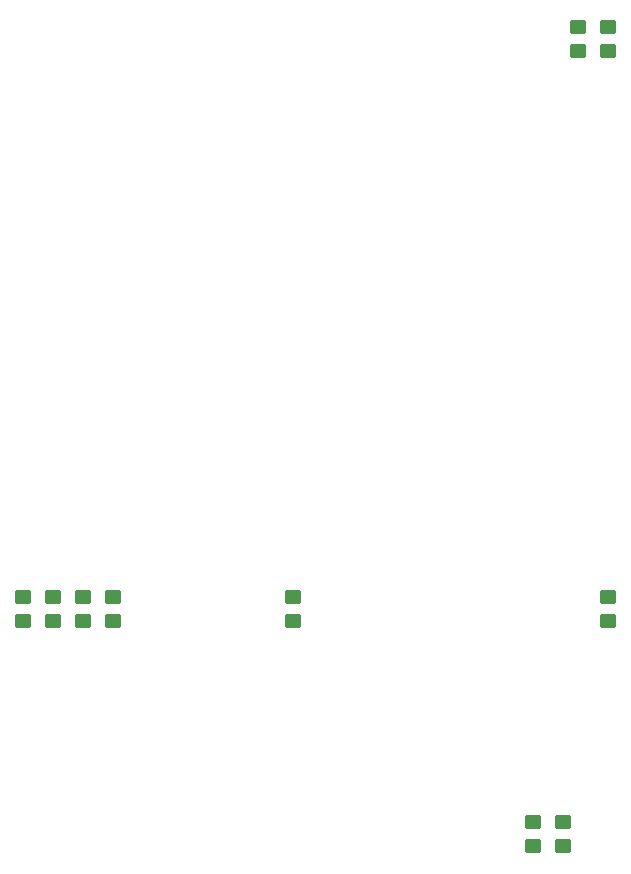
<source format=gbr>
%TF.GenerationSoftware,KiCad,Pcbnew,(6.0.5)*%
%TF.CreationDate,2022-07-08T15:37:02+02:00*%
%TF.ProjectId,i2c_modules,6932635f-6d6f-4647-956c-65732e6b6963,rev?*%
%TF.SameCoordinates,Original*%
%TF.FileFunction,Paste,Top*%
%TF.FilePolarity,Positive*%
%FSLAX46Y46*%
G04 Gerber Fmt 4.6, Leading zero omitted, Abs format (unit mm)*
G04 Created by KiCad (PCBNEW (6.0.5)) date 2022-07-08 15:37:02*
%MOMM*%
%LPD*%
G01*
G04 APERTURE LIST*
G04 Aperture macros list*
%AMRoundRect*
0 Rectangle with rounded corners*
0 $1 Rounding radius*
0 $2 $3 $4 $5 $6 $7 $8 $9 X,Y pos of 4 corners*
0 Add a 4 corners polygon primitive as box body*
4,1,4,$2,$3,$4,$5,$6,$7,$8,$9,$2,$3,0*
0 Add four circle primitives for the rounded corners*
1,1,$1+$1,$2,$3*
1,1,$1+$1,$4,$5*
1,1,$1+$1,$6,$7*
1,1,$1+$1,$8,$9*
0 Add four rect primitives between the rounded corners*
20,1,$1+$1,$2,$3,$4,$5,0*
20,1,$1+$1,$4,$5,$6,$7,0*
20,1,$1+$1,$6,$7,$8,$9,0*
20,1,$1+$1,$8,$9,$2,$3,0*%
G04 Aperture macros list end*
%ADD10RoundRect,0.250000X0.450000X-0.350000X0.450000X0.350000X-0.450000X0.350000X-0.450000X-0.350000X0*%
%ADD11RoundRect,0.250000X-0.450000X0.350000X-0.450000X-0.350000X0.450000X-0.350000X0.450000X0.350000X0*%
G04 APERTURE END LIST*
D10*
%TO.C,R1*%
X118110000Y-60690000D03*
X118110000Y-58690000D03*
%TD*%
D11*
%TO.C,R2*%
X114300000Y-126000000D03*
X114300000Y-128000000D03*
%TD*%
D10*
%TO.C,R3*%
X120650000Y-60690000D03*
X120650000Y-58690000D03*
%TD*%
%TO.C,R4*%
X120650000Y-108950000D03*
X120650000Y-106950000D03*
%TD*%
%TO.C,R5*%
X71120000Y-108950000D03*
X71120000Y-106950000D03*
%TD*%
%TO.C,R6*%
X93980000Y-108950000D03*
X93980000Y-106950000D03*
%TD*%
%TO.C,R7*%
X73660000Y-108950000D03*
X73660000Y-106950000D03*
%TD*%
%TO.C,R8*%
X76200000Y-108950000D03*
X76200000Y-106950000D03*
%TD*%
D11*
%TO.C,R9*%
X116840000Y-126000000D03*
X116840000Y-128000000D03*
%TD*%
D10*
%TO.C,R10*%
X78740000Y-108950000D03*
X78740000Y-106950000D03*
%TD*%
M02*

</source>
